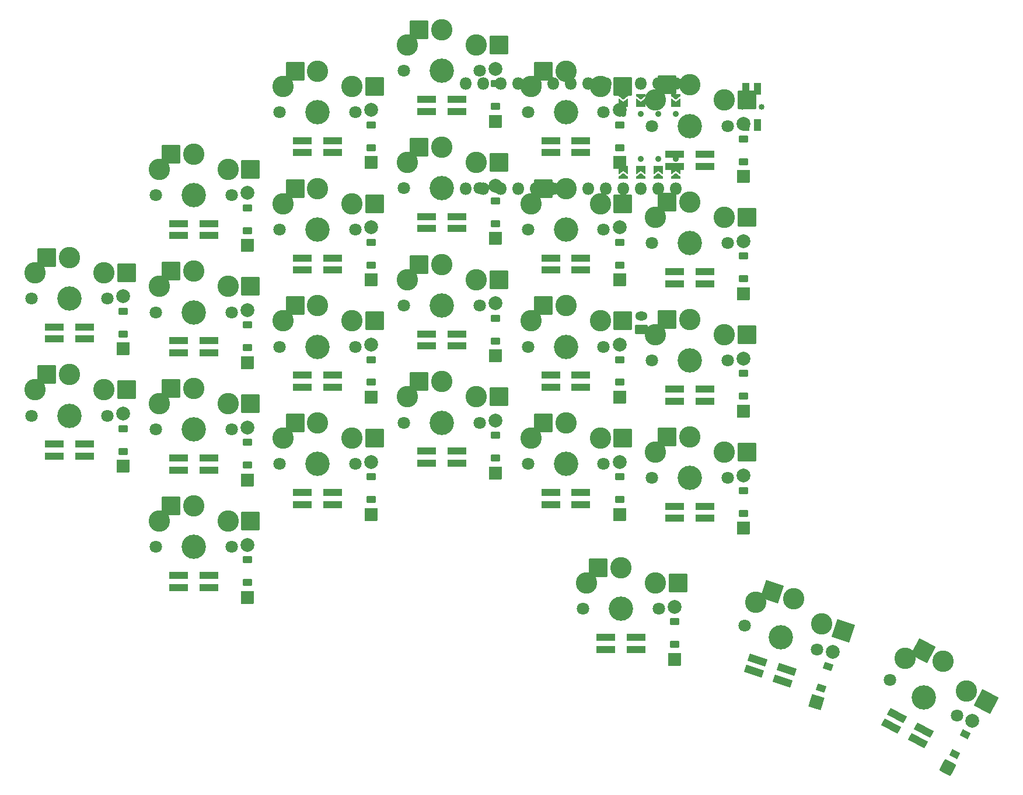
<source format=gbr>
%TF.GenerationSoftware,KiCad,Pcbnew,9.0.6*%
%TF.CreationDate,2025-11-05T17:55:23+01:00*%
%TF.ProjectId,main_pcb,6d61696e-5f70-4636-922e-6b696361645f,v1.0.0*%
%TF.SameCoordinates,Original*%
%TF.FileFunction,Soldermask,Bot*%
%TF.FilePolarity,Negative*%
%FSLAX46Y46*%
G04 Gerber Fmt 4.6, Leading zero omitted, Abs format (unit mm)*
G04 Created by KiCad (PCBNEW 9.0.6) date 2025-11-05 17:55:23*
%MOMM*%
%LPD*%
G01*
G04 APERTURE LIST*
G04 Aperture macros list*
%AMRoundRect*
0 Rectangle with rounded corners*
0 $1 Rounding radius*
0 $2 $3 $4 $5 $6 $7 $8 $9 X,Y pos of 4 corners*
0 Add a 4 corners polygon primitive as box body*
4,1,4,$2,$3,$4,$5,$6,$7,$8,$9,$2,$3,0*
0 Add four circle primitives for the rounded corners*
1,1,$1+$1,$2,$3*
1,1,$1+$1,$4,$5*
1,1,$1+$1,$6,$7*
1,1,$1+$1,$8,$9*
0 Add four rect primitives between the rounded corners*
20,1,$1+$1,$2,$3,$4,$5,0*
20,1,$1+$1,$4,$5,$6,$7,0*
20,1,$1+$1,$6,$7,$8,$9,0*
20,1,$1+$1,$8,$9,$2,$3,0*%
%AMFreePoly0*
4,1,16,-0.214645,0.660355,-0.210957,0.656235,0.289043,0.031235,0.299694,-0.005522,0.289043,-0.031235,-0.210957,-0.656235,-0.244478,-0.674694,-0.250000,-0.675000,-0.500000,-0.675000,-0.535355,-0.660355,-0.550000,-0.625000,-0.550000,0.625000,-0.535355,0.660355,-0.500000,0.675000,-0.250000,0.675000,-0.214645,0.660355,-0.214645,0.660355,$1*%
%AMFreePoly1*
4,1,16,0.535355,0.660355,0.550000,0.625000,0.550000,-0.625000,0.535355,-0.660355,0.500000,-0.675000,-0.650000,-0.675000,-0.685355,-0.660355,-0.700000,-0.625000,-0.689043,-0.593765,-0.214031,0.000000,-0.689043,0.593765,-0.699694,0.630522,-0.681235,0.664043,-0.650000,0.675000,0.500000,0.675000,0.535355,0.660355,0.535355,0.660355,$1*%
G04 Aperture macros list end*
%ADD10C,3.529000*%
%ADD11C,1.801800*%
%ADD12C,3.100000*%
%ADD13RoundRect,0.050000X-1.300000X-1.300000X1.300000X-1.300000X1.300000X1.300000X-1.300000X1.300000X0*%
%ADD14RoundRect,0.050000X-1.638096X-0.834651X0.834651X-1.638096X1.638096X0.834651X-0.834651X1.638096X0*%
%ADD15RoundRect,0.050000X-1.758145X-0.537519X0.537519X-1.758145X1.758145X0.537519X-0.537519X1.758145X0*%
%ADD16O,1.800000X1.800000*%
%ADD17C,0.900000*%
%ADD18FreePoly0,270.000000*%
%ADD19FreePoly1,270.000000*%
%ADD20FreePoly0,90.000000*%
%ADD21FreePoly1,90.000000*%
%ADD22C,0.850000*%
%ADD23RoundRect,0.050000X-0.500000X0.775000X-0.500000X-0.775000X0.500000X-0.775000X0.500000X0.775000X0*%
%ADD24RoundRect,0.050000X0.600000X-0.450000X0.600000X0.450000X-0.600000X0.450000X-0.600000X-0.450000X0*%
%ADD25RoundRect,0.050000X0.889000X-0.889000X0.889000X0.889000X-0.889000X0.889000X-0.889000X-0.889000X0*%
%ADD26C,2.005000*%
%ADD27RoundRect,0.050000X0.431576X-0.613386X0.709692X0.242565X-0.431576X0.613386X-0.709692X-0.242565X0*%
%ADD28RoundRect,0.050000X0.570773X-1.120205X1.120205X0.570773X-0.570773X1.120205X-1.120205X-0.570773X0*%
%ADD29RoundRect,0.050000X0.318506X-0.679009X0.741031X0.115643X-0.318506X0.679009X-0.741031X-0.115643X0*%
%ADD30RoundRect,0.050000X0.367580X-1.202301X1.202301X0.367580X-0.367580X1.202301X-1.202301X-0.367580X0*%
%ADD31RoundRect,0.050000X-1.300000X-0.500000X1.300000X-0.500000X1.300000X0.500000X-1.300000X0.500000X0*%
%ADD32RoundRect,0.050000X-1.390882X-0.073806X1.081865X-0.877250X1.390882X0.073806X-1.081865X0.877250X0*%
%ADD33RoundRect,0.050000X-1.382568X0.168839X0.913096X-1.051787X1.382568X-0.168839X-0.913096X1.051787X0*%
%ADD34RoundRect,0.050000X0.850000X-0.600000X0.850000X0.600000X-0.850000X0.600000X-0.850000X-0.600000X0*%
%ADD35O,1.800000X1.300000*%
G04 APERTURE END LIST*
D10*
%TO.C,S1*%
X100000000Y-150000000D03*
D11*
X105500000Y-150000000D03*
X94500000Y-150000000D03*
D12*
X105000000Y-146250000D03*
X100000000Y-144050000D03*
D13*
X96725000Y-144050000D03*
X108275000Y-146250000D03*
D12*
X95000000Y-146250000D03*
X100000000Y-144050000D03*
%TD*%
D10*
%TO.C,S2*%
X100000000Y-133000000D03*
D11*
X105500000Y-133000000D03*
X94500000Y-133000000D03*
D12*
X105000000Y-129250000D03*
X100000000Y-127050000D03*
D13*
X96725000Y-127050000D03*
X108275000Y-129250000D03*
D12*
X95000000Y-129250000D03*
X100000000Y-127050000D03*
%TD*%
D10*
%TO.C,S3*%
X100000000Y-116000000D03*
D11*
X105500000Y-116000000D03*
X94500000Y-116000000D03*
D12*
X105000000Y-112250000D03*
X100000000Y-110050000D03*
D13*
X96725000Y-110050000D03*
X108275000Y-112250000D03*
D12*
X95000000Y-112250000D03*
X100000000Y-110050000D03*
%TD*%
D10*
%TO.C,S4*%
X100000000Y-99000000D03*
D11*
X105500000Y-99000000D03*
X94500000Y-99000000D03*
D12*
X105000000Y-95250000D03*
X100000000Y-93050000D03*
D13*
X96725000Y-93050000D03*
X108275000Y-95250000D03*
D12*
X95000000Y-95250000D03*
X100000000Y-93050000D03*
%TD*%
D10*
%TO.C,S5*%
X118000000Y-138000000D03*
D11*
X123500000Y-138000000D03*
X112500000Y-138000000D03*
D12*
X123000000Y-134250000D03*
X118000000Y-132050000D03*
D13*
X114725000Y-132050000D03*
X126275000Y-134250000D03*
D12*
X113000000Y-134250000D03*
X118000000Y-132050000D03*
%TD*%
D10*
%TO.C,S6*%
X118000000Y-121000000D03*
D11*
X123500000Y-121000000D03*
X112500000Y-121000000D03*
D12*
X123000000Y-117250000D03*
X118000000Y-115050000D03*
D13*
X114725000Y-115050000D03*
X126275000Y-117250000D03*
D12*
X113000000Y-117250000D03*
X118000000Y-115050000D03*
%TD*%
D10*
%TO.C,S7*%
X118000000Y-104000000D03*
D11*
X123500000Y-104000000D03*
X112500000Y-104000000D03*
D12*
X123000000Y-100250000D03*
X118000000Y-98050000D03*
D13*
X114725000Y-98050000D03*
X126275000Y-100250000D03*
D12*
X113000000Y-100250000D03*
X118000000Y-98050000D03*
%TD*%
D10*
%TO.C,S8*%
X118000000Y-87000000D03*
D11*
X123500000Y-87000000D03*
X112500000Y-87000000D03*
D12*
X123000000Y-83250000D03*
X118000000Y-81050000D03*
D13*
X114725000Y-81050000D03*
X126275000Y-83250000D03*
D12*
X113000000Y-83250000D03*
X118000000Y-81050000D03*
%TD*%
D10*
%TO.C,S9*%
X136000000Y-132000000D03*
D11*
X141500000Y-132000000D03*
X130500000Y-132000000D03*
D12*
X141000000Y-128250000D03*
X136000000Y-126050000D03*
D13*
X132725000Y-126050000D03*
X144275000Y-128250000D03*
D12*
X131000000Y-128250000D03*
X136000000Y-126050000D03*
%TD*%
D10*
%TO.C,S10*%
X136000000Y-115000000D03*
D11*
X141500000Y-115000000D03*
X130500000Y-115000000D03*
D12*
X141000000Y-111250000D03*
X136000000Y-109050000D03*
D13*
X132725000Y-109050000D03*
X144275000Y-111250000D03*
D12*
X131000000Y-111250000D03*
X136000000Y-109050000D03*
%TD*%
D10*
%TO.C,S11*%
X136000000Y-98000000D03*
D11*
X141500000Y-98000000D03*
X130500000Y-98000000D03*
D12*
X141000000Y-94250000D03*
X136000000Y-92050000D03*
D13*
X132725000Y-92050000D03*
X144275000Y-94250000D03*
D12*
X131000000Y-94250000D03*
X136000000Y-92050000D03*
%TD*%
D10*
%TO.C,S12*%
X136000000Y-81000000D03*
D11*
X141500000Y-81000000D03*
X130500000Y-81000000D03*
D12*
X141000000Y-77250000D03*
X136000000Y-75050000D03*
D13*
X132725000Y-75050000D03*
X144275000Y-77250000D03*
D12*
X131000000Y-77250000D03*
X136000000Y-75050000D03*
%TD*%
D10*
%TO.C,S13*%
X154000000Y-138000000D03*
D11*
X159500000Y-138000000D03*
X148500000Y-138000000D03*
D12*
X159000000Y-134250000D03*
X154000000Y-132050000D03*
D13*
X150725000Y-132050000D03*
X162275000Y-134250000D03*
D12*
X149000000Y-134250000D03*
X154000000Y-132050000D03*
%TD*%
D10*
%TO.C,S14*%
X154000000Y-121000000D03*
D11*
X159500000Y-121000000D03*
X148500000Y-121000000D03*
D12*
X159000000Y-117250000D03*
X154000000Y-115050000D03*
D13*
X150725000Y-115050000D03*
X162275000Y-117250000D03*
D12*
X149000000Y-117250000D03*
X154000000Y-115050000D03*
%TD*%
D10*
%TO.C,S15*%
X154000000Y-104000000D03*
D11*
X159500000Y-104000000D03*
X148500000Y-104000000D03*
D12*
X159000000Y-100250000D03*
X154000000Y-98050000D03*
D13*
X150725000Y-98050000D03*
X162275000Y-100250000D03*
D12*
X149000000Y-100250000D03*
X154000000Y-98050000D03*
%TD*%
D10*
%TO.C,S16*%
X154000000Y-87000000D03*
D11*
X159500000Y-87000000D03*
X148500000Y-87000000D03*
D12*
X159000000Y-83250000D03*
X154000000Y-81050000D03*
D13*
X150725000Y-81050000D03*
X162275000Y-83250000D03*
D12*
X149000000Y-83250000D03*
X154000000Y-81050000D03*
%TD*%
D10*
%TO.C,S17*%
X172000000Y-140000000D03*
D11*
X177500000Y-140000000D03*
X166500000Y-140000000D03*
D12*
X177000000Y-136250000D03*
X172000000Y-134050000D03*
D13*
X168725000Y-134050000D03*
X180275000Y-136250000D03*
D12*
X167000000Y-136250000D03*
X172000000Y-134050000D03*
%TD*%
D10*
%TO.C,S18*%
X172000000Y-123000000D03*
D11*
X177500000Y-123000000D03*
X166500000Y-123000000D03*
D12*
X177000000Y-119250000D03*
X172000000Y-117050000D03*
D13*
X168725000Y-117050000D03*
X180275000Y-119250000D03*
D12*
X167000000Y-119250000D03*
X172000000Y-117050000D03*
%TD*%
D10*
%TO.C,S19*%
X172000000Y-106000000D03*
D11*
X177500000Y-106000000D03*
X166500000Y-106000000D03*
D12*
X177000000Y-102250000D03*
X172000000Y-100050000D03*
D13*
X168725000Y-100050000D03*
X180275000Y-102250000D03*
D12*
X167000000Y-102250000D03*
X172000000Y-100050000D03*
%TD*%
D10*
%TO.C,S20*%
X172000000Y-89000000D03*
D11*
X177500000Y-89000000D03*
X166500000Y-89000000D03*
D12*
X177000000Y-85250000D03*
X172000000Y-83050000D03*
D13*
X168725000Y-83050000D03*
X180275000Y-85250000D03*
D12*
X167000000Y-85250000D03*
X172000000Y-83050000D03*
%TD*%
D10*
%TO.C,S21*%
X82000000Y-131000000D03*
D11*
X87500000Y-131000000D03*
X76500000Y-131000000D03*
D12*
X87000000Y-127250000D03*
X82000000Y-125050000D03*
D13*
X78725000Y-125050000D03*
X90275000Y-127250000D03*
D12*
X77000000Y-127250000D03*
X82000000Y-125050000D03*
%TD*%
D10*
%TO.C,S22*%
X82000000Y-114000000D03*
D11*
X87500000Y-114000000D03*
X76500000Y-114000000D03*
D12*
X87000000Y-110250000D03*
X82000000Y-108050000D03*
D13*
X78725000Y-108050000D03*
X90275000Y-110250000D03*
D12*
X77000000Y-110250000D03*
X82000000Y-108050000D03*
%TD*%
D10*
%TO.C,S23*%
X162000000Y-159000000D03*
D11*
X167500000Y-159000000D03*
X156500000Y-159000000D03*
D12*
X167000000Y-155250000D03*
X162000000Y-153050000D03*
D13*
X158725000Y-153050000D03*
X170275000Y-155250000D03*
D12*
X157000000Y-155250000D03*
X162000000Y-153050000D03*
%TD*%
D10*
%TO.C,S24*%
X185193831Y-163148695D03*
D11*
X190424642Y-164848288D03*
X179963020Y-161449102D03*
D12*
X191107927Y-161127318D03*
X187032482Y-157489909D03*
D14*
X183917772Y-156477878D03*
X194222637Y-162139349D03*
D12*
X181597362Y-158037148D03*
X187032482Y-157489909D03*
%TD*%
D10*
%TO.C,S25*%
X205929020Y-171855578D03*
D11*
X210785232Y-174437672D03*
X201072808Y-169273484D03*
D12*
X212104276Y-170891882D03*
X208722376Y-166602040D03*
D15*
X205830722Y-165064520D03*
X214995930Y-172429402D03*
D12*
X203274800Y-166197167D03*
X208722376Y-166602040D03*
%TD*%
D16*
%TO.C,*%
X169970000Y-82880000D03*
X169970000Y-98120000D03*
X167430000Y-82880000D03*
X167430000Y-98120000D03*
X164890000Y-82880000D03*
X164890000Y-98120000D03*
X162350000Y-82880000D03*
X162350000Y-98120000D03*
X159810000Y-82880000D03*
X159810000Y-98120000D03*
X157270000Y-82880000D03*
X157270000Y-98120000D03*
X154730000Y-82880000D03*
X154730000Y-98120000D03*
X152190000Y-82880000D03*
X152190000Y-98120000D03*
X149650000Y-82880000D03*
X149650000Y-98120000D03*
X147110000Y-82880000D03*
X147110000Y-98120000D03*
X144570000Y-82880000D03*
X144570000Y-98120000D03*
X142030000Y-82880000D03*
X142030000Y-98120000D03*
X139490000Y-82880000D03*
X139490000Y-98120000D03*
D17*
X169970000Y-87238000D03*
D18*
X169970000Y-84880000D03*
D19*
X169970000Y-85725000D03*
D17*
X169970000Y-93762000D03*
D20*
X169970000Y-96120000D03*
D21*
X169970000Y-95275000D03*
D17*
X167430000Y-87238000D03*
D18*
X167430000Y-84880000D03*
D19*
X167430000Y-85725000D03*
D17*
X167430000Y-93762000D03*
D20*
X167430000Y-96120000D03*
D21*
X167430000Y-95275000D03*
D17*
X164890000Y-87238000D03*
D18*
X164890000Y-84880000D03*
D19*
X164890000Y-85725000D03*
D17*
X164890000Y-93762000D03*
D20*
X164890000Y-96120000D03*
D21*
X164890000Y-95275000D03*
D17*
X162350000Y-87238000D03*
D18*
X162350000Y-84880000D03*
D19*
X162350000Y-85725000D03*
D17*
X162350000Y-93762000D03*
D20*
X162350000Y-96120000D03*
D21*
X162350000Y-95275000D03*
%TD*%
D22*
%TO.C,B1*%
X182375000Y-86200000D03*
X179625000Y-86200000D03*
D23*
X181850000Y-83575000D03*
X181850000Y-88825000D03*
X180150000Y-83575000D03*
X180150000Y-88825000D03*
%TD*%
D24*
%TO.C,D1*%
X107800000Y-151850000D03*
X107800000Y-155150000D03*
D25*
X107800000Y-157310000D03*
D26*
X107800000Y-149690000D03*
%TD*%
D24*
%TO.C,D2*%
X107800000Y-134850000D03*
X107800000Y-138150000D03*
D25*
X107800000Y-140310000D03*
D26*
X107800000Y-132690000D03*
%TD*%
D24*
%TO.C,D3*%
X107800000Y-117850000D03*
X107800000Y-121150000D03*
D25*
X107800000Y-123310000D03*
D26*
X107800000Y-115690000D03*
%TD*%
D24*
%TO.C,D4*%
X107800000Y-100850000D03*
X107800000Y-104150000D03*
D25*
X107800000Y-106310000D03*
D26*
X107800000Y-98690000D03*
%TD*%
D24*
%TO.C,D5*%
X125800000Y-139850000D03*
X125800000Y-143150000D03*
D25*
X125800000Y-145310000D03*
D26*
X125800000Y-137690000D03*
%TD*%
D24*
%TO.C,D6*%
X125800000Y-122850000D03*
X125800000Y-126150000D03*
D25*
X125800000Y-128310000D03*
D26*
X125800000Y-120690000D03*
%TD*%
D24*
%TO.C,D7*%
X125800000Y-105850000D03*
X125800000Y-109150000D03*
D25*
X125800000Y-111310000D03*
D26*
X125800000Y-103690000D03*
%TD*%
D24*
%TO.C,D8*%
X125800000Y-88850000D03*
X125800000Y-92150000D03*
D25*
X125800000Y-94310000D03*
D26*
X125800000Y-86690000D03*
%TD*%
D24*
%TO.C,D9*%
X143800000Y-133850000D03*
X143800000Y-137150000D03*
D25*
X143800000Y-139310000D03*
D26*
X143800000Y-131690000D03*
%TD*%
D24*
%TO.C,D10*%
X143800000Y-116850000D03*
X143800000Y-120150000D03*
D25*
X143800000Y-122310000D03*
D26*
X143800000Y-114690000D03*
%TD*%
D24*
%TO.C,D11*%
X143800000Y-99850000D03*
X143800000Y-103150000D03*
D25*
X143800000Y-105310000D03*
D26*
X143800000Y-97690000D03*
%TD*%
D24*
%TO.C,D12*%
X143800000Y-82850000D03*
X143800000Y-86150000D03*
D25*
X143800000Y-88310000D03*
D26*
X143800000Y-80690000D03*
%TD*%
D24*
%TO.C,D13*%
X161800000Y-139850000D03*
X161800000Y-143150000D03*
D25*
X161800000Y-145310000D03*
D26*
X161800000Y-137690000D03*
%TD*%
D24*
%TO.C,D14*%
X161800000Y-122850000D03*
X161800000Y-126150000D03*
D25*
X161800000Y-128310000D03*
D26*
X161800000Y-120690000D03*
%TD*%
D24*
%TO.C,D15*%
X161800000Y-105850000D03*
X161800000Y-109150000D03*
D25*
X161800000Y-111310000D03*
D26*
X161800000Y-103690000D03*
%TD*%
D24*
%TO.C,D16*%
X161800000Y-88850000D03*
X161800000Y-92150000D03*
D25*
X161800000Y-94310000D03*
D26*
X161800000Y-86690000D03*
%TD*%
D24*
%TO.C,D17*%
X179800000Y-141850000D03*
X179800000Y-145150000D03*
D25*
X179800000Y-147310000D03*
D26*
X179800000Y-139690000D03*
%TD*%
D24*
%TO.C,D18*%
X179800000Y-124850000D03*
X179800000Y-128150000D03*
D25*
X179800000Y-130310000D03*
D26*
X179800000Y-122690000D03*
%TD*%
D24*
%TO.C,D19*%
X179800000Y-107850000D03*
X179800000Y-111150000D03*
D25*
X179800000Y-113310000D03*
D26*
X179800000Y-105690000D03*
%TD*%
D24*
%TO.C,D20*%
X179800000Y-90850000D03*
X179800000Y-94150000D03*
D25*
X179800000Y-96310000D03*
D26*
X179800000Y-88690000D03*
%TD*%
D24*
%TO.C,D21*%
X89800000Y-132850000D03*
X89800000Y-136150000D03*
D25*
X89800000Y-138310000D03*
D26*
X89800000Y-130690000D03*
%TD*%
D24*
%TO.C,D22*%
X89800000Y-115850000D03*
X89800000Y-119150000D03*
D25*
X89800000Y-121310000D03*
D26*
X89800000Y-113690000D03*
%TD*%
D24*
%TO.C,D23*%
X169800000Y-160850000D03*
X169800000Y-164150000D03*
D25*
X169800000Y-166310000D03*
D26*
X169800000Y-158690000D03*
%TD*%
D27*
%TO.C,D24*%
X192040390Y-167318483D03*
X191020634Y-170456969D03*
D28*
X190353157Y-172511251D03*
D26*
X192707867Y-165264201D03*
%TD*%
D29*
%TO.C,D25*%
X211947489Y-177150909D03*
X210398233Y-180064637D03*
D30*
X209384174Y-181971803D03*
D26*
X212961548Y-175243743D03*
%TD*%
D31*
%TO.C,LED1*%
X97800000Y-154125000D03*
X97800000Y-155875000D03*
X102200000Y-155875000D03*
X102200000Y-154125000D03*
%TD*%
%TO.C,LED2*%
X97800000Y-137125000D03*
X97800000Y-138875000D03*
X102200000Y-138875000D03*
X102200000Y-137125000D03*
%TD*%
%TO.C,LED3*%
X97800000Y-120125000D03*
X97800000Y-121875000D03*
X102200000Y-121875000D03*
X102200000Y-120125000D03*
%TD*%
%TO.C,LED4*%
X97800000Y-103125000D03*
X97800000Y-104875000D03*
X102200000Y-104875000D03*
X102200000Y-103125000D03*
%TD*%
%TO.C,LED5*%
X115800000Y-142125000D03*
X115800000Y-143875000D03*
X120200000Y-143875000D03*
X120200000Y-142125000D03*
%TD*%
%TO.C,LED6*%
X115800000Y-125125000D03*
X115800000Y-126875000D03*
X120200000Y-126875000D03*
X120200000Y-125125000D03*
%TD*%
%TO.C,LED7*%
X115800000Y-108125000D03*
X115800000Y-109875000D03*
X120200000Y-109875000D03*
X120200000Y-108125000D03*
%TD*%
%TO.C,LED8*%
X115800000Y-91125000D03*
X115800000Y-92875000D03*
X120200000Y-92875000D03*
X120200000Y-91125000D03*
%TD*%
%TO.C,LED9*%
X133800000Y-136125000D03*
X133800000Y-137875000D03*
X138200000Y-137875000D03*
X138200000Y-136125000D03*
%TD*%
%TO.C,LED10*%
X133800000Y-119125000D03*
X133800000Y-120875000D03*
X138200000Y-120875000D03*
X138200000Y-119125000D03*
%TD*%
%TO.C,LED11*%
X133800000Y-102125000D03*
X133800000Y-103875000D03*
X138200000Y-103875000D03*
X138200000Y-102125000D03*
%TD*%
%TO.C,LED12*%
X133800000Y-85125000D03*
X133800000Y-86875000D03*
X138200000Y-86875000D03*
X138200000Y-85125000D03*
%TD*%
%TO.C,LED13*%
X151800000Y-142125000D03*
X151800000Y-143875000D03*
X156200000Y-143875000D03*
X156200000Y-142125000D03*
%TD*%
%TO.C,LED14*%
X151800000Y-125125000D03*
X151800000Y-126875000D03*
X156200000Y-126875000D03*
X156200000Y-125125000D03*
%TD*%
%TO.C,LED15*%
X151800000Y-108125000D03*
X151800000Y-109875000D03*
X156200000Y-109875000D03*
X156200000Y-108125000D03*
%TD*%
%TO.C,LED16*%
X151800000Y-91125000D03*
X151800000Y-92875000D03*
X156200000Y-92875000D03*
X156200000Y-91125000D03*
%TD*%
%TO.C,LED17*%
X169800000Y-144125000D03*
X169800000Y-145875000D03*
X174200000Y-145875000D03*
X174200000Y-144125000D03*
%TD*%
%TO.C,LED18*%
X169800000Y-127125000D03*
X169800000Y-128875000D03*
X174200000Y-128875000D03*
X174200000Y-127125000D03*
%TD*%
%TO.C,LED19*%
X169800000Y-110125000D03*
X169800000Y-111875000D03*
X174200000Y-111875000D03*
X174200000Y-110125000D03*
%TD*%
%TO.C,LED20*%
X169800000Y-93125000D03*
X169800000Y-94875000D03*
X174200000Y-94875000D03*
X174200000Y-93125000D03*
%TD*%
%TO.C,LED21*%
X79800000Y-135125000D03*
X79800000Y-136875000D03*
X84200000Y-136875000D03*
X84200000Y-135125000D03*
%TD*%
%TO.C,LED22*%
X79800000Y-118125000D03*
X79800000Y-119875000D03*
X84200000Y-119875000D03*
X84200000Y-118125000D03*
%TD*%
%TO.C,LED23*%
X159800000Y-163125000D03*
X159800000Y-164875000D03*
X164200000Y-164875000D03*
X164200000Y-163125000D03*
%TD*%
D32*
%TO.C,LED24*%
X181826812Y-166391966D03*
X181286032Y-168056315D03*
X185470680Y-169415990D03*
X186011460Y-167751641D03*
%TD*%
D33*
%TO.C,LED25*%
X202049965Y-174464899D03*
X201228390Y-176010058D03*
X205113359Y-178075733D03*
X205934934Y-176530574D03*
%TD*%
D34*
%TO.C,JST1*%
X165000000Y-118500000D03*
D35*
X165000000Y-116500000D03*
%TD*%
M02*

</source>
